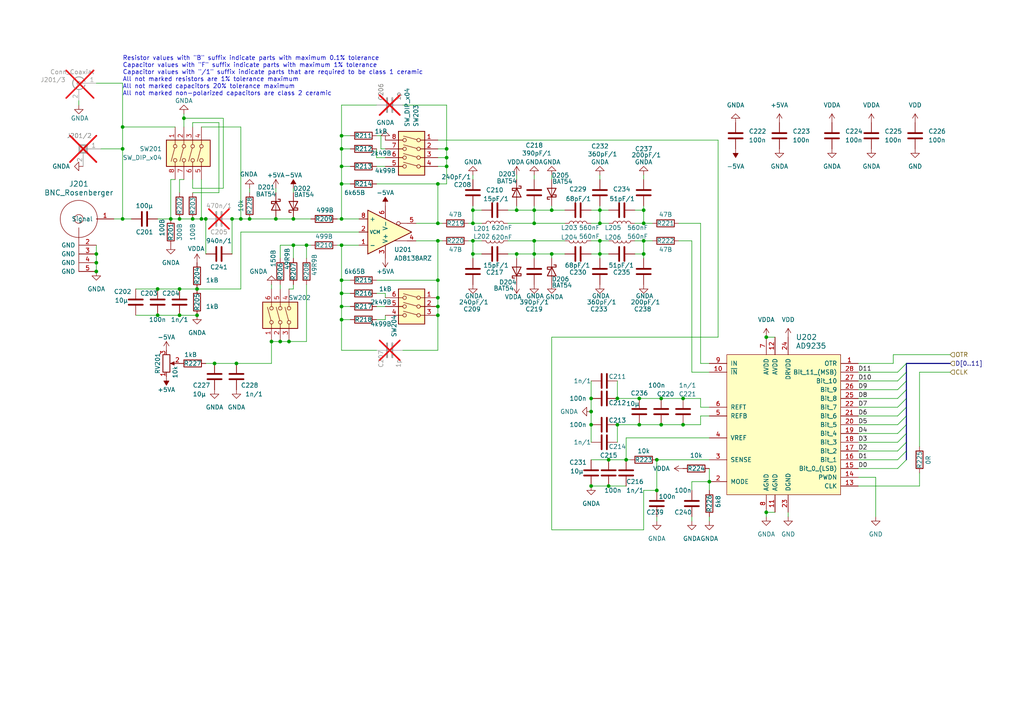
<source format=kicad_sch>
(kicad_sch (version 20250114) (generator "eeschema") (generator_version "9.0")
  (paper "A4")
  (title_block (title "MISRC") (date "2025-08-10") (rev "2.5") (comment 1 "Analog input + ADC"))
  (text "Resistor values with \"B\" suffix indicate parts with maximum 0.1% tolerance\nCapacitor values with \"F\" suffix indicate parts with maximum 1% tolerance\nCapacitor values with \"/1\" suffix indicate parts that are required to be class 1 ceramic\nAll not marked resistors are 1% tolerance maximum\nAll not marked capacitors 20% tolerance maximum\nAll not marked non-polarized capacitors are class 2 ceramic" (at 35.56 27.94 0) (effects (font (size 1.27 1.27)) (justify left bottom)))
  (junction (at 27.94 76.2))
  (junction (at 99.06 53.34))
  (junction (at 127 64.77))
  (junction (at 171.45 119.38))
  (junction (at 171.45 123.19))
  (junction (at 137.16 73.66))
  (junction (at 68.58 105.41))
  (junction (at 171.45 115.57))
  (junction (at 171.45 140.97))
  (junction (at 185.42 115.57))
  (junction (at 179.07 123.19))
  (junction (at 49.53 63.5))
  (junction (at 35.56 36.83))
  (junction (at 99.06 43.18))
  (junction (at 198.12 115.57))
  (junction (at 55.88 63.5))
  (junction (at 85.09 71.12))
  (junction (at 80.01 63.5))
  (junction (at 222.25 148.59))
  (junction (at 52.07 91.44))
  (junction (at 154.94 69.85))
  (junction (at 176.53 140.97))
  (junction (at 99.06 81.28))
  (junction (at 127 53.34))
  (junction (at 179.07 115.57))
  (junction (at 154.94 73.66))
  (junction (at 99.06 92.71))
  (junction (at 160.02 60.96))
  (junction (at 191.77 115.57))
  (junction (at 52.07 63.5))
  (junction (at 181.61 133.35))
  (junction (at 99.06 63.5))
  (junction (at 127 81.28))
  (junction (at 198.12 123.19))
  (junction (at 186.69 69.85))
  (junction (at 160.02 73.66))
  (junction (at 222.25 97.79))
  (junction (at 35.56 63.5))
  (junction (at 57.15 91.44))
  (junction (at 35.56 43.18))
  (junction (at 137.16 69.85))
  (junction (at 67.31 63.5))
  (junction (at 185.42 123.19))
  (junction (at 186.69 73.66))
  (junction (at 57.15 83.82))
  (junction (at 83.82 99.06))
  (junction (at 99.06 85.09))
  (junction (at 58.42 63.5))
  (junction (at 85.09 63.5))
  (junction (at 45.72 83.82))
  (junction (at 62.23 105.41))
  (junction (at 137.16 64.77))
  (junction (at 27.94 73.66))
  (junction (at 78.74 99.06))
  (junction (at 72.39 63.5))
  (junction (at 69.85 63.5))
  (junction (at 186.69 60.96))
  (junction (at 45.72 91.44))
  (junction (at 176.53 133.35))
  (junction (at 154.94 60.96))
  (junction (at 173.99 64.77))
  (junction (at 149.86 73.66))
  (junction (at 27.94 78.74))
  (junction (at 127 86.36))
  (junction (at 129.54 48.26))
  (junction (at 127 88.9))
  (junction (at 99.06 39.37))
  (junction (at 173.99 60.96))
  (junction (at 149.86 60.96))
  (junction (at 53.34 34.29))
  (junction (at 154.94 64.77))
  (junction (at 127 91.44))
  (junction (at 186.69 64.77))
  (junction (at 137.16 60.96))
  (junction (at 190.5 133.35))
  (junction (at 52.07 83.82))
  (junction (at 99.06 71.12))
  (junction (at 59.69 63.5))
  (junction (at 191.77 123.19))
  (junction (at 127 69.85))
  (junction (at 173.99 69.85))
  (junction (at 129.54 45.72))
  (junction (at 99.06 88.9))
  (junction (at 88.9 71.12))
  (junction (at 173.99 73.66))
  (junction (at 81.28 99.06))
  (junction (at 99.06 48.26))
  (junction (at 205.74 139.7))
  (junction (at 190.5 142.24))
  (junction (at 129.54 43.18))
  (bus_entry (at 262.89 113.03) (size -2.54 2.54))
  (bus_entry (at 262.89 130.81) (size -2.54 2.54))
  (bus_entry (at 262.89 107.95) (size -2.54 2.54))
  (bus_entry (at 262.89 118.11) (size -2.54 2.54))
  (bus_entry (at 262.89 133.35) (size -2.54 2.54))
  (bus_entry (at 262.89 125.73) (size -2.54 2.54))
  (bus_entry (at 262.89 115.57) (size -2.54 2.54))
  (bus_entry (at 262.89 105.41) (size -2.54 2.54))
  (bus_entry (at 262.89 128.27) (size -2.54 2.54))
  (bus_entry (at 262.89 123.19) (size -2.54 2.54))
  (bus_entry (at 262.89 120.65) (size -2.54 2.54))
  (bus_entry (at 262.89 110.49) (size -2.54 2.54))
  (wire (pts (xy 154.94 60.96) (xy 154.94 64.77)))
  (wire (pts (xy 173.99 60.96) (xy 176.53 60.96)))
  (wire (pts (xy 129.54 30.48) (xy 129.54 43.18)))
  (wire (pts (xy 248.92 107.95) (xy 260.35 107.95)))
  (wire (pts (xy 228.6 149.86) (xy 228.6 148.59)))
  (wire (pts (xy 45.72 63.5) (xy 49.53 63.5)))
  (wire (pts (xy 55.88 55.88) (xy 63.5 55.88)))
  (wire (pts (xy 62.23 105.41) (xy 68.58 105.41)))
  (wire (pts (xy 99.06 88.9) (xy 101.6 88.9)))
  (wire (pts (xy 109.22 45.72) (xy 111.76 45.72)))
  (wire (pts (xy 69.85 36.83) (xy 69.85 63.5)))
  (wire (pts (xy 266.7 107.95) (xy 266.7 129.54)))
  (wire (pts (xy 127 48.26) (xy 129.54 48.26)))
  (wire (pts (xy 58.42 52.07) (xy 58.42 63.5)))
  (wire (pts (xy 266.7 107.95) (xy 275.59 107.95)))
  (bus (pts (xy 262.89 107.95) (xy 262.89 110.49)))
  (wire (pts (xy 55.88 35.56) (xy 55.88 36.83)))
  (wire (pts (xy 58.42 63.5) (xy 59.69 63.5)))
  (wire (pts (xy 129.54 43.18) (xy 129.54 45.72)))
  (wire (pts (xy 27.94 73.66) (xy 27.94 76.2)))
  (wire (pts (xy 99.06 53.34) (xy 99.06 63.5)))
  (wire (pts (xy 85.09 83.82) (xy 85.09 82.55)))
  (wire (pts (xy 99.06 43.18) (xy 101.6 43.18)))
  (bus (pts (xy 262.89 123.19) (xy 262.89 125.73)))
  (wire (pts (xy 99.06 101.6) (xy 109.22 101.6)))
  (wire (pts (xy 101.6 92.71) (xy 99.06 92.71)))
  (wire (pts (xy 173.99 59.69) (xy 173.99 60.96)))
  (wire (pts (xy 109.22 92.71) (xy 111.76 92.71)))
  (wire (pts (xy 191.77 123.19) (xy 198.12 123.19)))
  (wire (pts (xy 190.5 151.13) (xy 190.5 149.86)))
  (wire (pts (xy 160.02 50.8) (xy 160.02 52.07)))
  (wire (pts (xy 248.92 110.49) (xy 260.35 110.49)))
  (wire (pts (xy 154.94 50.8) (xy 154.94 52.07)))
  (bus (pts (xy 262.89 130.81) (xy 262.89 133.35)))
  (wire (pts (xy 259.08 105.41) (xy 259.08 102.87)))
  (wire (pts (xy 88.9 82.55) (xy 88.9 99.06)))
  (wire (pts (xy 205.74 139.7) (xy 205.74 142.24)))
  (wire (pts (xy 185.42 115.57) (xy 191.77 115.57)))
  (wire (pts (xy 154.94 60.96) (xy 160.02 60.96)))
  (wire (pts (xy 160.02 59.69) (xy 160.02 60.96)))
  (wire (pts (xy 171.45 115.57) (xy 171.45 119.38)))
  (wire (pts (xy 111.76 85.09) (xy 111.76 86.36)))
  (wire (pts (xy 190.5 133.35) (xy 190.5 142.24)))
  (wire (pts (xy 266.7 137.16) (xy 266.7 140.97)))
  (wire (pts (xy 222.25 148.59) (xy 222.25 149.86)))
  (wire (pts (xy 160.02 60.96) (xy 163.83 60.96)))
  (wire (pts (xy 179.07 110.49) (xy 179.07 115.57)))
  (wire (pts (xy 248.92 113.03) (xy 260.35 113.03)))
  (wire (pts (xy 186.69 60.96) (xy 186.69 64.77)))
  (wire (pts (xy 179.07 115.57) (xy 185.42 115.57)))
  (wire (pts (xy 147.32 73.66) (xy 149.86 73.66)))
  (wire (pts (xy 110.49 43.18) (xy 111.76 43.18)))
  (wire (pts (xy 154.94 69.85) (xy 163.83 69.85)))
  (wire (pts (xy 27.94 71.12) (xy 27.94 73.66)))
  (bus (pts (xy 262.89 125.73) (xy 262.89 128.27)))
  (wire (pts (xy 88.9 74.93) (xy 88.9 71.12)))
  (wire (pts (xy 186.69 50.8) (xy 186.69 52.07)))
  (wire (pts (xy 137.16 60.96) (xy 139.7 60.96)))
  (wire (pts (xy 35.56 43.18) (xy 35.56 63.5)))
  (wire (pts (xy 81.28 71.12) (xy 81.28 74.93)))
  (wire (pts (xy 160.02 73.66) (xy 160.02 74.93)))
  (bus (pts (xy 262.89 128.27) (xy 262.89 130.81)))
  (wire (pts (xy 85.09 54.61) (xy 85.09 55.88)))
  (wire (pts (xy 222.25 97.79) (xy 224.79 97.79)))
  (wire (pts (xy 55.88 63.5) (xy 58.42 63.5)))
  (wire (pts (xy 99.06 30.48) (xy 99.06 39.37)))
  (wire (pts (xy 83.82 83.82) (xy 85.09 83.82)))
  (wire (pts (xy 171.45 140.97) (xy 176.53 140.97)))
  (wire (pts (xy 179.07 123.19) (xy 185.42 123.19)))
  (wire (pts (xy 127 69.85) (xy 127 81.28)))
  (bus (pts (xy 262.89 105.41) (xy 275.59 105.41)))
  (wire (pts (xy 173.99 74.93) (xy 173.99 73.66)))
  (wire (pts (xy 171.45 123.19) (xy 171.45 128.27)))
  (wire (pts (xy 55.88 52.07) (xy 55.88 54.61)))
  (bus (pts (xy 262.89 115.57) (xy 262.89 118.11)))
  (wire (pts (xy 83.82 99.06) (xy 88.9 99.06)))
  (wire (pts (xy 63.5 55.88) (xy 63.5 35.56)))
  (wire (pts (xy 184.15 64.77) (xy 186.69 64.77)))
  (wire (pts (xy 181.61 127) (xy 205.74 127)))
  (wire (pts (xy 53.34 34.29) (xy 53.34 36.83)))
  (wire (pts (xy 184.15 60.96) (xy 186.69 60.96)))
  (wire (pts (xy 176.53 133.35) (xy 181.61 133.35)))
  (wire (pts (xy 99.06 92.71) (xy 99.06 101.6)))
  (wire (pts (xy 35.56 24.13) (xy 27.94 24.13)))
  (wire (pts (xy 149.86 73.66) (xy 154.94 73.66)))
  (wire (pts (xy 58.42 36.83) (xy 69.85 36.83)))
  (wire (pts (xy 200.66 151.13) (xy 200.66 149.86)))
  (wire (pts (xy 29.21 43.18) (xy 35.56 43.18)))
  (wire (pts (xy 254 138.43) (xy 254 149.86)))
  (wire (pts (xy 49.53 52.07) (xy 49.53 63.5)))
  (wire (pts (xy 137.16 60.96) (xy 137.16 64.77)))
  (wire (pts (xy 205.74 135.89) (xy 205.74 139.7)))
  (wire (pts (xy 85.09 71.12) (xy 81.28 71.12)))
  (wire (pts (xy 186.69 142.24) (xy 186.69 153.67)))
  (wire (pts (xy 200.66 139.7) (xy 200.66 142.24)))
  (wire (pts (xy 33.02 63.5) (xy 35.56 63.5)))
  (wire (pts (xy 116.84 30.48) (xy 129.54 30.48)))
  (wire (pts (xy 39.37 91.44) (xy 45.72 91.44)))
  (wire (pts (xy 127 88.9) (xy 127 91.44)))
  (wire (pts (xy 59.69 63.5) (xy 59.69 73.66)))
  (wire (pts (xy 186.69 64.77) (xy 189.23 64.77)))
  (wire (pts (xy 248.92 130.81) (xy 260.35 130.81)))
  (wire (pts (xy 78.74 99.06) (xy 81.28 99.06)))
  (wire (pts (xy 78.74 82.55) (xy 78.74 83.82)))
  (wire (pts (xy 171.45 69.85) (xy 173.99 69.85)))
  (wire (pts (xy 248.92 120.65) (xy 260.35 120.65)))
  (wire (pts (xy 50.8 52.07) (xy 49.53 52.07)))
  (wire (pts (xy 171.45 73.66) (xy 173.99 73.66)))
  (wire (pts (xy 101.6 39.37) (xy 99.06 39.37)))
  (wire (pts (xy 203.2 123.19) (xy 203.2 120.65)))
  (wire (pts (xy 154.94 73.66) (xy 160.02 73.66)))
  (wire (pts (xy 160.02 153.67) (xy 186.69 153.67)))
  (wire (pts (xy 127 45.72) (xy 129.54 45.72)))
  (wire (pts (xy 59.69 105.41) (xy 62.23 105.41)))
  (wire (pts (xy 184.15 73.66) (xy 186.69 73.66)))
  (wire (pts (xy 203.2 118.11) (xy 203.2 115.57)))
  (wire (pts (xy 49.53 63.5) (xy 52.07 63.5)))
  (wire (pts (xy 39.37 83.82) (xy 45.72 83.82)))
  (wire (pts (xy 186.69 74.93) (xy 186.69 73.66)))
  (wire (pts (xy 101.6 85.09) (xy 99.06 85.09)))
  (wire (pts (xy 99.06 63.5) (xy 104.14 63.5)))
  (wire (pts (xy 149.86 50.8) (xy 149.86 52.07)))
  (wire (pts (xy 99.06 71.12) (xy 104.14 71.12)))
  (wire (pts (xy 109.22 30.48) (xy 99.06 30.48)))
  (wire (pts (xy 57.15 83.82) (xy 69.85 83.82)))
  (wire (pts (xy 248.92 128.27) (xy 260.35 128.27)))
  (wire (pts (xy 109.22 39.37) (xy 110.49 39.37)))
  (wire (pts (xy 64.77 34.29) (xy 53.34 34.29)))
  (wire (pts (xy 127 69.85) (xy 128.27 69.85)))
  (wire (pts (xy 111.76 91.44) (xy 111.76 92.71)))
  (wire (pts (xy 72.39 63.5) (xy 80.01 63.5)))
  (wire (pts (xy 52.07 52.07) (xy 52.07 55.88)))
  (wire (pts (xy 248.92 133.35) (xy 260.35 133.35)))
  (wire (pts (xy 137.16 73.66) (xy 137.16 69.85)))
  (wire (pts (xy 147.32 69.85) (xy 154.94 69.85)))
  (wire (pts (xy 129.54 45.72) (xy 129.54 48.26)))
  (wire (pts (xy 81.28 82.55) (xy 81.28 83.82)))
  (wire (pts (xy 109.22 85.09) (xy 111.76 85.09)))
  (wire (pts (xy 190.5 142.24) (xy 186.69 142.24)))
  (wire (pts (xy 222.25 148.59) (xy 224.79 148.59)))
  (bus (pts (xy 262.89 120.65) (xy 262.89 123.19)))
  (wire (pts (xy 99.06 85.09) (xy 99.06 81.28)))
  (wire (pts (xy 127 43.18) (xy 129.54 43.18)))
  (wire (pts (xy 173.99 50.8) (xy 173.99 52.07)))
  (wire (pts (xy 171.45 60.96) (xy 173.99 60.96)))
  (wire (pts (xy 53.34 52.07) (xy 52.07 52.07)))
  (wire (pts (xy 120.65 64.77) (xy 127 64.77)))
  (wire (pts (xy 200.66 69.85) (xy 200.66 107.95)))
  (wire (pts (xy 67.31 63.5) (xy 69.85 63.5)))
  (wire (pts (xy 205.74 139.7) (xy 200.66 139.7)))
  (wire (pts (xy 205.74 118.11) (xy 203.2 118.11)))
  (wire (pts (xy 99.06 88.9) (xy 99.06 92.71)))
  (wire (pts (xy 160.02 97.79) (xy 160.02 153.67)))
  (wire (pts (xy 50.8 36.83) (xy 35.56 36.83)))
  (wire (pts (xy 109.22 88.9) (xy 111.76 88.9)))
  (wire (pts (xy 69.85 67.31) (xy 69.85 83.82)))
  (wire (pts (xy 248.92 105.41) (xy 259.08 105.41)))
  (wire (pts (xy 63.5 35.56) (xy 55.88 35.56)))
  (wire (pts (xy 200.66 107.95) (xy 205.74 107.95)))
  (wire (pts (xy 203.2 120.65) (xy 205.74 120.65)))
  (wire (pts (xy 137.16 59.69) (xy 137.16 60.96)))
  (wire (pts (xy 137.16 64.77) (xy 139.7 64.77)))
  (wire (pts (xy 137.16 64.77) (xy 135.89 64.77)))
  (wire (pts (xy 64.77 54.61) (xy 64.77 34.29)))
  (wire (pts (xy 85.09 63.5) (xy 90.17 63.5)))
  (wire (pts (xy 137.16 69.85) (xy 135.89 69.85)))
  (wire (pts (xy 154.94 74.93) (xy 154.94 73.66)))
  (wire (pts (xy 127 81.28) (xy 127 86.36)))
  (wire (pts (xy 80.01 63.5) (xy 85.09 63.5)))
  (wire (pts (xy 53.34 33.02) (xy 53.34 34.29)))
  (wire (pts (xy 109.22 53.34) (xy 127 53.34)))
  (wire (pts (xy 181.61 133.35) (xy 182.88 133.35)))
  (wire (pts (xy 147.32 60.96) (xy 149.86 60.96)))
  (wire (pts (xy 154.94 59.69) (xy 154.94 60.96)))
  (wire (pts (xy 27.94 76.2) (xy 27.94 78.74)))
  (wire (pts (xy 137.16 73.66) (xy 139.7 73.66)))
  (wire (pts (xy 45.72 83.82) (xy 52.07 83.82)))
  (wire (pts (xy 179.07 123.19) (xy 179.07 128.27)))
  (wire (pts (xy 35.56 36.83) (xy 35.56 24.13)))
  (wire (pts (xy 109.22 48.26) (xy 111.76 48.26)))
  (wire (pts (xy 248.92 140.97) (xy 266.7 140.97)))
  (wire (pts (xy 205.74 105.41) (xy 203.2 105.41)))
  (bus (pts (xy 262.89 105.41) (xy 262.89 107.95)))
  (wire (pts (xy 191.77 115.57) (xy 198.12 115.57)))
  (wire (pts (xy 198.12 123.19) (xy 203.2 123.19)))
  (wire (pts (xy 80.01 54.61) (xy 80.01 55.88)))
  (wire (pts (xy 55.88 54.61) (xy 64.77 54.61)))
  (wire (pts (xy 52.07 83.82) (xy 57.15 83.82)))
  (wire (pts (xy 154.94 69.85) (xy 154.94 73.66)))
  (wire (pts (xy 203.2 64.77) (xy 203.2 105.41)))
  (wire (pts (xy 72.39 54.61) (xy 72.39 55.88)))
  (wire (pts (xy 116.84 101.6) (xy 127 101.6)))
  (wire (pts (xy 186.69 69.85) (xy 189.23 69.85)))
  (wire (pts (xy 99.06 88.9) (xy 99.06 85.09)))
  (wire (pts (xy 97.79 63.5) (xy 99.06 63.5)))
  (wire (pts (xy 149.86 73.66) (xy 149.86 74.93)))
  (wire (pts (xy 99.06 81.28) (xy 101.6 81.28)))
  (wire (pts (xy 127 86.36) (xy 127 88.9)))
  (wire (pts (xy 248.92 123.19) (xy 260.35 123.19)))
  (wire (pts (xy 45.72 91.44) (xy 52.07 91.44)))
  (wire (pts (xy 248.92 118.11) (xy 260.35 118.11)))
  (wire (pts (xy 127 53.34) (xy 127 64.77)))
  (wire (pts (xy 97.79 71.12) (xy 99.06 71.12)))
  (wire (pts (xy 171.45 119.38) (xy 171.45 123.19)))
  (wire (pts (xy 190.5 133.35) (xy 205.74 133.35)))
  (wire (pts (xy 22.86 29.21) (xy 22.86 30.48)))
  (wire (pts (xy 99.06 81.28) (xy 99.06 71.12)))
  (wire (pts (xy 67.31 63.5) (xy 67.31 73.66)))
  (wire (pts (xy 208.28 97.79) (xy 160.02 97.79)))
  (wire (pts (xy 35.56 36.83) (xy 35.56 43.18)))
  (wire (pts (xy 109.22 43.18) (xy 109.22 45.72)))
  (wire (pts (xy 137.16 74.93) (xy 137.16 73.66)))
  (wire (pts (xy 208.28 40.64) (xy 208.28 97.79)))
  (wire (pts (xy 69.85 67.31) (xy 104.14 67.31)))
  (wire (pts (xy 248.92 138.43) (xy 254 138.43)))
  (wire (pts (xy 248.92 115.57) (xy 260.35 115.57)))
  (wire (pts (xy 69.85 63.5) (xy 72.39 63.5)))
  (wire (pts (xy 85.09 74.93) (xy 85.09 71.12)))
  (wire (pts (xy 68.58 105.41) (xy 78.74 105.41)))
  (wire (pts (xy 88.9 71.12) (xy 85.09 71.12)))
  (wire (pts (xy 149.86 60.96) (xy 154.94 60.96)))
  (wire (pts (xy 99.06 48.26) (xy 99.06 53.34)))
  (wire (pts (xy 109.22 81.28) (xy 127 81.28)))
  (wire (pts (xy 52.07 63.5) (xy 55.88 63.5)))
  (wire (pts (xy 171.45 133.35) (xy 176.53 133.35)))
  (wire (pts (xy 173.99 60.96) (xy 173.99 64.77)))
  (wire (pts (xy 248.92 125.73) (xy 260.35 125.73)))
  (wire (pts (xy 129.54 53.34) (xy 127 53.34)))
  (wire (pts (xy 184.15 69.85) (xy 186.69 69.85)))
  (wire (pts (xy 99.06 43.18) (xy 99.06 48.26)))
  (bus (pts (xy 262.89 118.11) (xy 262.89 120.65)))
  (wire (pts (xy 173.99 69.85) (xy 173.99 73.66)))
  (wire (pts (xy 173.99 69.85) (xy 176.53 69.85)))
  (wire (pts (xy 171.45 64.77) (xy 173.99 64.77)))
  (wire (pts (xy 38.1 63.5) (xy 35.56 63.5)))
  (wire (pts (xy 99.06 53.34) (xy 101.6 53.34)))
  (wire (pts (xy 127 40.64) (xy 208.28 40.64)))
  (wire (pts (xy 176.53 140.97) (xy 181.61 140.97)))
  (wire (pts (xy 99.06 39.37) (xy 99.06 43.18)))
  (wire (pts (xy 52.07 91.44) (xy 57.15 91.44)))
  (wire (pts (xy 186.69 69.85) (xy 186.69 73.66)))
  (wire (pts (xy 205.74 149.86) (xy 205.74 151.13)))
  (wire (pts (xy 185.42 123.19) (xy 191.77 123.19)))
  (wire (pts (xy 198.12 115.57) (xy 203.2 115.57)))
  (wire (pts (xy 110.49 39.37) (xy 110.49 43.18)))
  (wire (pts (xy 196.85 69.85) (xy 200.66 69.85)))
  (wire (pts (xy 129.54 48.26) (xy 129.54 53.34)))
  (bus (pts (xy 262.89 113.03) (xy 262.89 115.57)))
  (wire (pts (xy 173.99 64.77) (xy 176.53 64.77)))
  (wire (pts (xy 154.94 64.77) (xy 163.83 64.77)))
  (wire (pts (xy 248.92 135.89) (xy 260.35 135.89)))
  (wire (pts (xy 88.9 71.12) (xy 90.17 71.12)))
  (wire (pts (xy 120.65 69.85) (xy 127 69.85)))
  (wire (pts (xy 196.85 64.77) (xy 203.2 64.77)))
  (wire (pts (xy 147.32 64.77) (xy 154.94 64.77)))
  (wire (pts (xy 78.74 99.06) (xy 78.74 105.41)))
  (wire (pts (xy 259.08 102.87) (xy 275.59 102.87)))
  (wire (pts (xy 137.16 50.8) (xy 137.16 52.07)))
  (wire (pts (xy 99.06 48.26) (xy 101.6 48.26)))
  (wire (pts (xy 186.69 59.69) (xy 186.69 60.96)))
  (bus (pts (xy 262.89 110.49) (xy 262.89 113.03)))
  (wire (pts (xy 81.28 99.06) (xy 83.82 99.06)))
  (wire (pts (xy 181.61 133.35) (xy 181.61 127)))
  (wire (pts (xy 137.16 69.85) (xy 139.7 69.85)))
  (wire (pts (xy 171.45 110.49) (xy 171.45 115.57)))
  (wire (pts (xy 160.02 73.66) (xy 163.83 73.66)))
  (wire (pts (xy 127 64.77) (xy 128.27 64.77)))
  (wire (pts (xy 173.99 73.66) (xy 176.53 73.66)))
  (wire (pts (xy 149.86 59.69) (xy 149.86 60.96)))
  (wire (pts (xy 127 91.44) (xy 127 101.6)))
  (label "D5" (at 248.92 123.19 0))
  (label "D4" (at 248.92 125.73 0))
  (label "D6" (at 248.92 120.65 0))
  (label "D10" (at 248.92 110.49 0))
  (label "D8" (at 248.92 115.57 0))
  (label "D3" (at 248.92 128.27 0))
  (label "D11" (at 248.92 107.95 0))
  (label "D7" (at 248.92 118.11 0))
  (label "D1" (at 248.92 133.35 0))
  (label "D9" (at 248.92 113.03 0))
  (label "D2" (at 248.92 130.81 0))
  (label "D0" (at 248.92 135.89 0))
  (hierarchical_label "CLK" (shape input) (at 275.59 107.95 0))
  (hierarchical_label "D[0..11]" (shape input) (at 275.59 105.41 0))
  (hierarchical_label "OTR" (shape input) (at 275.59 102.87 0))
  (symbol (lib_id "power:GNDA") (at 213.36 35.56 180) (unit 1)
    (property "Reference" "#PWR0219" (effects (hide yes)))
    (property "Value" "GNDA" (at 213.36 30.48 0))
  )
  (symbol (lib_id "Device:C") (at 186.69 55.88 0) (unit 1)
    (property "Reference" "C237" (at 184.15 43.18 0) (effects (justify left)))
    (property "Value" "200pF/1" (at 183.134 44.958 0) (effects (justify left)))
    (property "Footprint" "Capacitor_SMD:C_0603_1608Metric" (effects (hide yes)))
    (property "Manufacturer_Part_Number" "GCM1885C2A201FA16J" (effects (hide yes)))
    (property "LCSC Part #" "C1864235" (effects (hide yes)))
    (property "Max Tolerance" "1%" (effects (hide yes)))
    (property "Capacitor Ceramic" "NP0/C0G" (effects (hide yes)))
  )
  (symbol (lib_id "Device:R") (at 57.15 87.63 180) (unit 1)
    (property "Reference" "R205" (at 57.15 90.17 90) (effects (justify right)))
    (property "Value" "1kB" (at 59.69 88.9 0) (effects (justify right)))
    (property "Footprint" "Resistor_SMD:R_0603_1608Metric" (effects (hide yes)))
    (property "Manufacturer_Part_Number" "RT0603BRD071KL" (effects (hide yes)))
    (property "LCSC Part #" "C110776" (effects (hide yes)))
    (property "Max Tolerance" "0.1%" (effects (hide yes)))
  )
  (symbol (lib_id "Device:C") (at 213.36 39.37 0) (unit 1)
    (property "Reference" "C222" (at 217.17 38.1 0) (effects (justify left)))
    (property "Value" "100n" (at 217.17 40.64 0) (effects (justify left)))
    (property "Footprint" "Capacitor_SMD:C_0603_1608Metric" (effects (hide yes)))
    (property "Manufacturer_Part_Number" "CC0603KRX7R9BB104" (effects (hide yes)))
    (property "LCSC Part #" "C14663" (effects (hide yes)))
    (property "Max Tolerance" "10%" (effects (hide yes)))
    (property "Capacitor Ceramic" "X7R" (effects (hide yes)))
  )
  (symbol (lib_id "Device:R") (at 88.9 78.74 0) (mirror y) (unit 1)
    (property "Reference" "R208" (at 88.9 76.2 90) (effects (justify right)))
    (property "Value" "49R9B" (at 91.186 73.66 90) (effects (justify right)))
    (property "Footprint" "Resistor_SMD:R_0603_1608Metric" (effects (hide yes)))
    (property "Manufacturer_Part_Number" "RT0603BRD0749R9L" (effects (hide yes)))
    (property "LCSC Part #" "C861434" (effects (hide yes)))
    (property "Max Tolerance" "0.1%" (effects (hide yes)))
  )
  (symbol (lib_id "Device:C") (at 173.99 55.88 0) (unit 1)
    (property "Reference" "C232" (at 171.45 42.418 0) (effects (justify left)))
    (property "Value" "360pF/1" (at 170.434 44.704 0) (effects (justify left)))
    (property "Footprint" "Capacitor_SMD:C_0603_1608Metric" (effects (hide yes)))
    (property "Manufacturer_Part_Number" "0603N361F500CT" (effects (hide yes)))
    (property "LCSC Part #" "C3895655" (effects (hide yes)))
    (property "Max Tolerance" "1%" (effects (hide yes)))
    (property "Capacitor Ceramic" "NP0/C0G" (effects (hide yes)))
  )
  (symbol (lib_id "Device:C") (at 185.42 119.38 0) (unit 1)
    (property "Reference" "C236" (at 182.88 114.046 0) (effects (justify left)))
    (property "Value" "10µ" (at 181.61 117.094 0) (effects (justify left)))
    (property "Footprint" "Capacitor_SMD:C_0805_2012Metric" (effects (hide yes)))
    (property "Manufacturer_Part_Number" "GRM21BR61H106KE43L" (effects (hide yes)))
    (property "LCSC Part #" "C440198" (effects (hide yes)))
    (property "Max Tolerance" "20%" (effects (hide yes)))
    (property "Capacitor Ceramic" "X7R" (effects (hide yes)))
  )
  (symbol (lib_id "Device:C") (at 143.51 73.66 90) (unit 1)
    (property "Reference" "C217" (at 146.05 78.994 90) (effects (justify left)))
    (property "Value" "15pF/1" (at 147.574 76.962 90) (effects (justify left)))
    (property "Footprint" "Capacitor_SMD:C_0603_1608Metric" (effects (hide yes)))
    (property "Manufacturer_Part_Number" "CC0603FRNPO9BN150" (effects (hide yes)))
    (property "LCSC Part #" "C519483" (effects (hide yes)))
    (property "Max Tolerance" "1%" (effects (hide yes)))
    (property "Capacitor Ceramic" "NP0/C0G" (effects (hide yes)))
  )
  (symbol (lib_id "power:GNDA") (at 252.73 43.18 0) (unit 1)
    (property "Reference" "#PWR0231" (effects (hide yes)))
    (property "Value" "GNDA" (at 252.73 48.26 0))
  )
  (symbol (lib_id "power:GNDA") (at 57.15 91.44 0) (unit 1)
    (property "Reference" "#PWR0205" (effects (hide yes)))
    (property "Value" "GNDA" (at 57.15 96.52 0))
  )
  (symbol (lib_id "Device:C") (at 226.06 39.37 0) (unit 1)
    (property "Reference" "C223" (at 229.87 38.1 0) (effects (justify left)))
    (property "Value" "100n" (at 229.87 40.64 0) (effects (justify left)))
    (property "Footprint" "Capacitor_SMD:C_0603_1608Metric" (effects (hide yes)))
    (property "Manufacturer_Part_Number" "CC0603KRX7R9BB104" (effects (hide yes)))
    (property "LCSC Part #" "C14663" (effects (hide yes)))
    (property "Max Tolerance" "10%" (effects (hide yes)))
    (property "Capacitor Ceramic" "X7R" (effects (hide yes)))
  )
  (symbol (lib_id "power:+5VA") (at 226.06 35.56 0) (unit 1)
    (property "Reference" "#PWR0225" (effects (hide yes)))
    (property "Value" "+5VA" (at 226.06 30.48 0))
  )
  (symbol (lib_id "power:+5VA") (at 48.26 101.6 0) (unit 1)
    (property "Reference" "#PWR0243" (effects (hide yes)))
    (property "Value" "-5VA" (at 48.26 97.79 0))
  )
  (symbol (lib_id "power:GNDA") (at 171.45 140.97 0) (unit 1)
    (property "Reference" "#PWR0213" (effects (hide yes)))
    (property "Value" "GNDA" (at 171.45 146.05 0))
  )
  (symbol (lib_id "power:GNDA") (at 186.69 82.55 0) (unit 1)
    (property "Reference" "#PWR062" (effects (hide yes)))
    (property "Value" "GNDA" (at 186.944 85.852 0))
  )
  (symbol (lib_id "power:GNDA") (at 160.02 50.8 180) (unit 1)
    (property "Reference" "#PWR057" (effects (hide yes)))
    (property "Value" "GNDA" (at 160.02 46.99 0))
  )
  (symbol (lib_id "Device:C") (at 63.5 73.66 90) (mirror x) (unit 1)
    (property "Reference" "C241" (at 63.5 77.47 90))
    (property "Value" "940n/1" (at 63.5 69.85 90))
    (property "Footprint" "Capacitor_SMD:C_1812_4532Metric" (effects (hide yes)))
    (property "Manufacturer_Part_Number" "C1812C944J5JLC7805" (effects (hide yes)))
    (property "LCSC Part #" "C2180018" (effects (hide yes)))
    (property "Manufacturer_Name" "Kemet" (effects (hide yes)))
    (property "Max Tolerance" "5%" (effects (hide yes)))
    (property "Part Selection Note" "This is a stacked capacitor" (effects (hide yes)))
    (property "Capacitor Ceramic" "U2J/NP0/C0G" (effects (hide yes)))
  )
  (symbol (lib_id "power:GNDA") (at 68.58 113.03 0) (mirror y) (unit 1)
    (property "Reference" "#PWR0249" (effects (hide yes)))
    (property "Value" "GNDA" (at 68.58 118.11 0))
  )
  (symbol (lib_id "Device:R") (at 105.41 53.34 90) (unit 1)
    (property "Reference" "R214" (at 105.41 53.34 90))
    (property "Value" "6k65B" (at 102.87 55.88 90))
    (property "Footprint" "Resistor_SMD:R_1206_3216Metric" (effects (hide yes)))
    (property "Manufacturer_Part_Number" "RT1206BRD076K65L" (effects (hide yes)))
    (property "LCSC Part #" "C870864" (effects (hide yes)))
    (property "Max Tolerance" "0.1%" (effects (hide yes)))
  )
  (symbol (lib_id "power:VDDA") (at 149.86 50.8 0) (unit 1)
    (property "Reference" "#PWR053" (effects (hide yes)))
    (property "Value" "VDDA" (at 149.606 46.99 0))
  )
  (symbol (lib_id "Device:C") (at 175.26 128.27 90) (unit 1)
    (property "Reference" "C214" (at 179.07 129.54 90))
    (property "Value" "1n/1" (at 168.91 128.27 90))
    (property "Footprint" "Capacitor_SMD:C_0603_1608Metric" (effects (hide yes)))
    (property "Manufacturer_Part_Number" "CC0603JRNPO9BN102" (effects (hide yes)))
    (property "LCSC Part #" "C106246" (effects (hide yes)))
    (property "Max Tolerance" "10%" (effects (hide yes)))
    (property "Capacitor Ceramic" "NP0/C0G" (effects (hide yes)))
  )
  (symbol (lib_id "Device:C") (at 181.61 137.16 0) (unit 1)
    (property "Reference" "C216" (at 181.61 139.7 0) (effects (justify left)))
    (property "Value" "1n/1" (at 181.61 142.24 0) (effects (justify left)))
    (property "Footprint" "Capacitor_SMD:C_0603_1608Metric" (effects (hide yes)))
    (property "Manufacturer_Part_Number" "CC0603JRNPO9BN102" (effects (hide yes)))
    (property "LCSC Part #" "C106246" (effects (hide yes)))
    (property "Max Tolerance" "10%" (effects (hide yes)))
    (property "Capacitor Ceramic" "NP0/C0G" (effects (hide yes)))
  )
  (symbol (lib_id "Device:C") (at 45.72 87.63 0) (unit 1)
    (property "Reference" "C203" (at 40.64 85.09 0) (effects (justify left)))
    (property "Value" "100n" (at 43.18 92.71 0) (effects (justify left)))
    (property "Footprint" "Capacitor_SMD:C_0603_1608Metric" (effects (hide yes)))
    (property "Manufacturer_Part_Number" "CC0603KRX7R9BB104" (effects (hide yes)))
    (property "LCSC Part #" "C14663" (effects (hide yes)))
    (property "Max Tolerance" "10%" (effects (hide yes)))
    (property "Capacitor Ceramic" "X7R" (effects (hide yes)))
  )
  (symbol (lib_id "Device:R") (at 201.93 135.89 90) (unit 1)
    (property "Reference" "R224" (at 201.93 135.89 90))
    (property "Value" "10k" (at 201.93 132.08 90))
    (property "Footprint" "Resistor_SMD:R_0603_1608Metric" (effects (hide yes)))
    (property "Manufacturer_Part_Number" "0603WAF1002T5E" (effects (hide yes)))
    (property "LCSC Part #" "C25804" (effects (hide yes)))
    (property "Max Tolerance" "1%" (effects (hide yes)))
  )
  (symbol (lib_id "Connector_Generic_Shielded:Conn_01x01_Shielded") (at 24.13 43.18 0) (mirror y) (unit 1) (dnp yes)
    (property "Reference" "J201/2" (at 26.67 39.37 0) (effects (justify left)))
    (property "Value" "Conn_01x01_Shielded" (effects (hide yes)))
    (property "Footprint" "Footprints:SMA_Amphenol_901-144_Horizontal" (effects (hide yes)))
    (property "Manufacturer_Part_Number" "CONSMA002-L-G" (effects (hide yes)))
  )
  (symbol (lib_id "Device:C") (at 113.03 30.48 90) (unit 1) (dnp yes)
    (property "Reference" "C206" (at 110.49 29.21 0) (effects (justify left)))
    (property "Value" "1p" (at 115.57 29.21 0) (effects (justify left)))
    (property "Footprint" "Capacitor_SMD:C_0603_1608Metric" (effects (hide yes)))
    (property "Capacitor Ceramic" "NP0/C0G" (effects (hide yes)))
  )
  (symbol (lib_id "Device:C") (at 173.99 78.74 180) (unit 1)
    (property "Reference" "C233" (at 176.276 89.662 0) (effects (justify left)))
    (property "Value" "360pF/1" (at 178.816 87.63 0) (effects (justify left)))
    (property "Footprint" "Capacitor_SMD:C_0603_1608Metric" (effects (hide yes)))
    (property "Manufacturer_Part_Number" "0603N361F500CT" (effects (hide yes)))
    (property "LCSC Part #" "C3895655" (effects (hide yes)))
    (property "Max Tolerance" "1%" (effects (hide yes)))
    (property "Capacitor Ceramic" "NP0/C0G" (effects (hide yes)))
  )
  (symbol (lib_id "Device:D_Schottky") (at 149.86 55.88 270) (unit 1)
    (property "Reference" "D203" (at 144.526 50.4824 90) (effects (justify left)))
    (property "Value" "BAT54" (at 144.018 52.5144 90) (effects (justify left)))
    (property "Footprint" "Diode_SMD:D_SOD-323" (effects (hide yes)))
    (property "Description" "Schottky diode" (effects (hide yes)))
    (property "Manufacturer_Part_Number" "BAT54H" (effects (hide yes)))
    (property "LCSC Part #" "C5381403" (effects (hide yes)))
  )
  (symbol (lib_id "Device:C") (at 200.66 146.05 0) (unit 1)
    (property "Reference" "C240" (at 195.58 148.59 0) (effects (justify left)))
    (property "Value" "100n" (at 195.58 142.24 0) (effects (justify left)))
    (property "Footprint" "Capacitor_SMD:C_0603_1608Metric" (effects (hide yes)))
    (property "Manufacturer_Part_Number" "CC0603KRX7R9BB104" (effects (hide yes)))
    (property "LCSC Part #" "C14663" (effects (hide yes)))
    (property "Max Tolerance" "10%" (effects (hide yes)))
    (property "Capacitor Ceramic" "X7R" (effects (hide yes)))
  )
  (symbol (lib_id "Device:D_Schottky") (at 149.86 78.74 90) (unit 1)
    (property "Reference" "D204" (at 149.86 81.8516 90) (effects (justify left)))
    (property "Value" "BAT54" (at 149.098 83.6296 90) (effects (justify left)))
    (property "Footprint" "Diode_SMD:D_SOD-323" (effects (hide yes)))
    (property "Description" "Schottky diode" (effects (hide yes)))
    (property "Manufacturer_Part_Number" "BAT54H" (effects (hide yes)))
    (property "LCSC Part #" "C5381403" (effects (hide yes)))
  )
  (symbol (lib_id "Device:C") (at 113.03 101.6 90) (unit 1) (dnp yes)
    (property "Reference" "C207" (at 110.49 106.68 0) (effects (justify left)))
    (property "Value" "1p" (at 115.57 106.68 0) (effects (justify left)))
    (property "Footprint" "Capacitor_SMD:C_0603_1608Metric" (effects (hide yes)))
    (property "Capacitor Ceramic" "NP0/C0G" (effects (hide yes)))
  )
  (symbol (lib_id "Device:R") (at 55.88 105.41 270) (unit 1)
    (property "Reference" "R227" (at 58.42 105.41 90) (effects (justify right)))
    (property "Value" "1kB" (at 57.15 102.87 90) (effects (justify right)))
    (property "Footprint" "Resistor_SMD:R_0603_1608Metric" (effects (hide yes)))
    (property "Manufacturer_Part_Number" "RT0603BRD071KL" (effects (hide yes)))
    (property "LCSC Part #" "C110776" (effects (hide yes)))
    (property "Max Tolerance" "0.1%" (effects (hide yes)))
  )
  (symbol (lib_id "power:+5VA") (at 111.76 74.93 180) (unit 1)
    (property "Reference" "#PWR0209" (effects (hide yes)))
    (property "Value" "+5VA" (at 111.76 78.74 0))
  )
  (symbol (lib_id "power:GND") (at 265.43 43.18 0) (unit 1)
    (property "Reference" "#PWR0233" (effects (hide yes)))
    (property "Value" "GND" (at 265.43 48.26 0))
  )
  (symbol (lib_id "Device:R") (at 93.98 63.5 90) (unit 1)
    (property "Reference" "R209" (at 93.98 63.5 90))
    (property "Value" "499B" (at 94.234 60.96 90))
    (property "Footprint" "Resistor_SMD:R_1206_3216Metric" (effects (hide yes)))
    (property "Manufacturer_Part_Number" "ARG06BTC4990" (effects (hide yes)))
    (property "LCSC Part #" "C2984516" (effects (hide yes)))
    (property "Max Tolerance" "0.1%" (effects (hide yes)))
  )
  (symbol (lib_id "Device:R") (at 193.04 64.77 90) (unit 1)
    (property "Reference" "R221" (at 193.04 64.77 90))
    (property "Value" "47B" (at 193.04 62.23 90))
    (property "Footprint" "Resistor_SMD:R_0603_1608Metric" (effects (hide yes)))
    (property "Manufacturer_Part_Number" "RT0603BRD0747RL" (effects (hide yes)))
    (property "LCSC Part #" "C326724" (effects (hide yes)))
    (property "Max Tolerance" "0.1%" (effects (hide yes)))
  )
  (symbol (lib_id "power:GNDA") (at 78.74 82.55 0) (mirror x) (unit 1)
    (property "Reference" "#PWR0207" (effects (hide yes)))
    (property "Value" "GNDA" (at 74.93 78.74 0))
  )
  (symbol (lib_id "Device:C") (at 154.94 55.88 0) (unit 1)
    (property "Reference" "C218" (at 152.4 42.164 0) (effects (justify left)))
    (property "Value" "390pF/1" (at 151.384 44.45 0) (effects (justify left)))
    (property "Footprint" "Capacitor_SMD:C_0603_1608Metric" (effects (hide yes)))
    (property "Manufacturer_Part_Number" "CC0603FRNPO9BN391" (effects (hide yes)))
    (property "LCSC Part #" "C519563" (effects (hide yes)))
    (property "Max Tolerance" "1%" (effects (hide yes)))
    (property "Capacitor Ceramic" "NP0/C0G" (effects (hide yes)))
  )
  (symbol (lib_id "Device:R_Potentiometer") (at 48.26 105.41 0) (mirror x) (unit 1)
    (property "Reference" "RV201" (at 45.72 105.41 90))
    (property "Value" "10k" (at 50.8 107.95 90))
    (property "Footprint" "Potentiometer_THT:Potentiometer_Bourns_3266W_Vertical" (effects (hide yes)))
    (property "Manufacturer_Part_Number" "3266W-1-103LF" (effects (hide yes)))
    (property "LCSC Part #" "C462144" (effects (hide yes)))
    (property "FT Rotation Offset" "-90" (effects (hide yes)))
    (property "Max Tolerance" "20%" (effects (hide yes)))
  )
  (symbol (lib_id "Device:R") (at 132.08 64.77 90) (unit 1)
    (property "Reference" "R219" (at 132.08 64.77 90))
    (property "Value" "47B" (at 132.08 62.23 90))
    (property "Footprint" "Resistor_SMD:R_0603_1608Metric" (effects (hide yes)))
    (property "Manufacturer_Part_Number" "RT0603BRD0747RL" (effects (hide yes)))
    (property "LCSC Part #" "C326724" (effects (hide yes)))
    (property "Max Tolerance" "0.1%" (effects (hide yes)))
  )
  (symbol (lib_id "power:GNDA") (at 241.3 43.18 0) (unit 1)
    (property "Reference" "#PWR0228" (effects (hide yes)))
    (property "Value" "GNDA" (at 241.3 48.26 0))
  )
  (symbol (lib_id "power:GNDA") (at 62.23 113.03 0) (mirror y) (unit 1)
    (property "Reference" "#PWR0247" (effects (hide yes)))
    (property "Value" "GNDA" (at 62.23 118.11 0))
  )
  (symbol (lib_id "Device:L") (at 180.34 69.85 270) (unit 1)
    (property "Reference" "L206" (at 177.8 68.834 90))
    (property "Value" "560nF" (at 184.912 68.58 90))
    (property "Footprint" "Inductor_SMD:L_1008_2520Metric" (effects (hide yes)))
    (property "Description" "Inductor" (effects (hide yes)))
    (property "Manufacturer_Part_Number" "FEC1008CP-R56G-LRH" (effects (hide yes)))
    (property "LCSC Part #" "C346451" (effects (hide yes)))
    (property "Max Tolerance" "2%" (effects (hide yes)))
  )
  (symbol (lib_id "power:VDD") (at 265.43 35.56 0) (unit 1)
    (property "Reference" "#PWR0232" (effects (hide yes)))
    (property "Value" "VDD" (at 265.43 30.48 0))
  )
  (symbol (lib_id "power:GNDA") (at 226.06 43.18 0) (unit 1)
    (property "Reference" "#PWR0226" (effects (hide yes)))
    (property "Value" "GNDA" (at 226.06 48.26 0))
  )
  (symbol (lib_id "power:GNDA") (at 137.16 50.8 180) (unit 1)
    (property "Reference" "#PWR051" (effects (hide yes)))
    (property "Value" "GNDA" (at 137.16 46.99 0))
  )
  (symbol (lib_id "Device:L") (at 143.51 64.77 90) (unit 1)
    (property "Reference" "L201" (at 139.7 66.294 90))
    (property "Value" "620nF" (at 145.542 66.04 90))
    (property "Footprint" "Inductor_SMD:L_1008_2520Metric" (effects (hide yes)))
    (property "Description" "Inductor" (effects (hide yes)))
    (property "Manufacturer_Part_Number" "FEC1008CP-R62G-LRH" (effects (hide yes)))
    (property "LCSC Part #" "C346452" (effects (hide yes)))
    (property "Max Tolerance" "2%" (effects (hide yes)))
  )
  (symbol (lib_id "Device:C") (at 143.51 60.96 90) (unit 1)
    (property "Reference" "C210" (at 146.05 55.118 90) (effects (justify left)))
    (property "Value" "15pF/1" (at 147.574 57.658 90) (effects (justify left)))
    (property "Footprint" "Capacitor_SMD:C_0603_1608Metric" (effects (hide yes)))
    (property "Manufacturer_Part_Number" "CC0603FRNPO9BN150" (effects (hide yes)))
    (property "LCSC Part #" "C519483" (effects (hide yes)))
    (property "Max Tolerance" "1%" (effects (hide yes)))
    (property "Capacitor Ceramic" "NP0/C0G" (effects (hide yes)))
  )
  (symbol (lib_id "power:GNDA") (at 154.94 50.8 180) (unit 1)
    (property "Reference" "#PWR055" (effects (hide yes)))
    (property "Value" "GNDA" (at 154.94 46.99 0))
  )
  (symbol (lib_id "Connector:Conn_Coaxial") (at 22.86 24.13 0) (mirror y) (unit 1) (dnp yes)
    (property "Reference" "J201/3" (at 19.05 23.1531 0) (effects (justify left)))
    (property "Value" "Conn_Coaxial" (at 27.432 20.8671 0) (effects (justify left)))
    (property "Footprint" "Connector_Coaxial:BNC_Amphenol_B6252HB-NPP3G-50_Horizontal" (effects (hide yes)))
    (property "Description" "coaxial connector (BNC, SMA, SMB, SMC, Cinch/RCA, LEMO, ...)" (effects (hide yes)))
  )
  (symbol (lib_id "Device:C") (at 252.73 39.37 0) (unit 1)
    (property "Reference" "C225" (at 256.54 38.1 0) (effects (justify left)))
    (property "Value" "100n" (at 256.54 40.64 0) (effects (justify left)))
    (property "Footprint" "Capacitor_SMD:C_0603_1608Metric" (effects (hide yes)))
    (property "Manufacturer_Part_Number" "CC0603KRX7R9BB104" (effects (hide yes)))
    (property "LCSC Part #" "C14663" (effects (hide yes)))
    (property "Max Tolerance" "10%" (effects (hide yes)))
    (property "Capacitor Ceramic" "X7R" (effects (hide yes)))
  )
  (symbol (lib_id "power:-5VA") (at 213.36 43.18 180) (unit 1)
    (property "Reference" "#PWR0220" (effects (hide yes)))
    (property "Value" "-5VA" (at 213.36 48.26 0))
  )
  (symbol (lib_id "Switch:SW_DIP_x04") (at 55.88 44.45 90) (mirror x) (unit 1)
    (property "Reference" "SW201" (at 46.99 43.18 90) (effects (justify left)))
    (property "Value" "SW_DIP_x04" (at 46.99 45.72 90) (effects (justify left)))
    (property "Footprint" "Button_Switch_SMD:SW_DIP_SPSTx04_Slide_6.7x11.72mm_W8.61mm_P2.54mm_LowProfile" (effects (hide yes)))
    (property "Manufacturer_Part_Number" "SDA04H1SBD" (effects (hide yes)))
    (property "LCSC Part #" "C221954" (effects (hide yes)))
    (property "FT Rotation Offset" "-90" (effects (hide yes)))
    (property "Manufacturer_Name" "C & K COMPONENTS" (effects (hide yes)))
  )
  (symbol (lib_id "Device:R") (at 105.41 43.18 90) (unit 1)
    (property "Reference" "R212" (at 105.41 43.18 90))
    (property "Value" "2k49B" (at 110.49 44.45 90))
    (property "Footprint" "Resistor_SMD:R_0603_1608Metric" (effects (hide yes)))
    (property "Manufacturer_Part_Number" "RT0603BRD072K49L" (effects (hide yes)))
    (property "LCSC Part #" "C861299" (effects (hide yes)))
    (property "Max Tolerance" "0.1%" (effects (hide yes)))
  )
  (symbol (lib_id "Device:C") (at 68.58 109.22 0) (unit 1)
    (property "Reference" "C228" (at 69.85 111.76 0) (effects (justify left)))
    (property "Value" "1n/1" (at 71.12 114.3 0) (effects (justify left)))
    (property "Footprint" "Capacitor_SMD:C_0603_1608Metric" (effects (hide yes)))
    (property "Manufacturer_Part_Number" "CC0603JRNPO9BN102" (effects (hide yes)))
    (property "LCSC Part #" "C106246" (effects (hide yes)))
    (property "Max Tolerance" "10%" (effects (hide yes)))
    (property "Capacitor Ceramic" "NP0/C0G" (effects (hide yes)))
  )
  (symbol (lib_id "Device:C") (at 180.34 73.66 90) (unit 1)
    (property "Reference" "C235" (at 182.88 78.994 90) (effects (justify left)))
    (property "Value" "51pF/1" (at 183.896 76.962 90) (effects (justify left)))
    (property "Footprint" "Capacitor_SMD:C_0603_1608Metric" (effects (hide yes)))
    (property "Manufacturer_Part_Number" "CC0603FRNPO9BN510" (effects (hide yes)))
    (property "LCSC Part #" "C519494" (effects (hide yes)))
    (property "Max Tolerance" "1%" (effects (hide yes)))
    (property "Capacitor Ceramic" "NP0/C0G" (effects (hide yes)))
  )
  (symbol (lib_id "power:VDDA") (at 241.3 35.56 0) (unit 1)
    (property "Reference" "#PWR0227" (effects (hide yes)))
    (property "Value" "VDDA" (at 241.3 30.48 0))
  )
  (symbol (lib_id "power:VDDA") (at 198.12 135.89 90) (unit 1)
    (property "Reference" "#PWR0211" (effects (hide yes)))
    (property "Value" "VDDA" (at 194.31 135.8899 90) (effects (justify left)))
  )
  (symbol (lib_id "power:GNDA") (at 22.86 30.48 0) (unit 1)
    (property "Reference" "#PWR066" (effects (hide yes)))
    (property "Value" "GNDA" (at 23.114 34.29 0))
  )
  (symbol (lib_id "bnc_rosenberger:BNC_Rosenberger") (at 22.86 63.5 0) (unit 1)
    (property "Reference" "J201" (at 22.86 53.34 0) (effects (font (size 1.524 1.524))))
    (property "Value" "BNC_Rosenberger" (at 22.86 55.88 0) (effects (font (size 1.524 1.524))))
    (property "Footprint" "Footprints:BNC_Right_Angle-DOSIN-801-0050_5pin" (effects (hide yes)))
    (property "Manufacturer_Part_Number" "DOSIN-801-0050" (effects (hide yes)))
    (property "LCSC Part #" "C521210" (effects (hide yes)))
    (property "FT Rotation Offset" "180" (effects (hide yes)))
  )
  (symbol (lib_id "Device:C") (at 39.37 87.63 0) (unit 1)
    (property "Reference" "C202" (at 33.02 84.582 0) (effects (justify left)))
    (property "Value" "10µ" (at 33.274 87.122 0) (effects (justify left)))
    (property "Footprint" "Capacitor_SMD:C_0805_2012Metric" (effects (hide yes)))
    (property "Manufacturer_Part_Number" "GRM21BR61H106KE43L" (effects (hide yes)))
    (property "LCSC Part #" "C440198" (effects (hide yes)))
    (property "Max Tolerance" "20%" (effects (hide yes)))
    (property "Capacitor Ceramic" "X7R" (effects (hide yes)))
  )
  (symbol (lib_id "Device:C") (at 137.16 55.88 0) (unit 1)
    (property "Reference" "C208" (at 131.572 53.594 0) (effects (justify left)))
    (property "Value" "240pF/1" (at 128.016 51.308 0) (effects (justify left)))
    (property "Footprint" "Capacitor_SMD:C_0603_1608Metric" (effects (hide yes)))
    (property "Manufacturer_Part_Number" "CC0603FRNPO9BN241" (effects (hide yes)))
    (property "LCSC Part #" "C519570" (effects (hide yes)))
    (property "Max Tolerance" "1%" (effects (hide yes)))
    (property "Capacitor Ceramic" "NP0/C0G" (effects (hide yes)))
  )
  (symbol (lib_id "Device:C") (at 198.12 119.38 0) (unit 1)
    (property "Reference" "C221" (at 196.85 114.3 0) (effects (justify left)))
    (property "Value" "1n/1" (at 196.85 111.76 0) (effects (justify left)))
    (property "Footprint" "Capacitor_SMD:C_0603_1608Metric" (effects (hide yes)))
    (property "Manufacturer_Part_Number" "CC0603JRNPO9BN102" (effects (hide yes)))
    (property "LCSC Part #" "C106246" (effects (hide yes)))
    (property "Max Tolerance" "10%" (effects (hide yes)))
    (property "Capacitor Ceramic" "NP0/C0G" (effects (hide yes)))
  )
  (symbol (lib_id "power:GNDA") (at 72.39 54.61 0) (mirror x) (unit 1)
    (property "Reference" "#PWR0235" (effects (hide yes)))
    (property "Value" "GNDA" (at 72.136 50.546 0))
  )
  (symbol (lib_id "Amplifier_Differential_AKL:AD8138ARZ") (at 111.76 67.31 0) (mirror x) (unit 1)
    (property "Reference" "U201" (at 114.3 72.39 0) (effects (justify left)))
    (property "Value" "AD8138ARZ" (at 114.3 74.93 0) (effects (justify left)))
    (property "Footprint" "Package_SO:SO-8_3.9x4.9mm_P1.27mm" (effects (hide yes)))
    (property "Datasheet" "https://www.analog.com/media/en/technical-documentation/data-sheets/AD8138.pdf" (effects (hide yes)))
    (property "Manufacturer_Part_Number" "AD8138ARZ" (effects (hide yes)))
    (property "LCSC Part #" "C652360" (effects (hide yes)))
    (property "FT Rotation Offset" "-90" (effects (hide yes)))
    (property "Manufacturer_Name" "Analog" (effects (hide yes)))
  )
  (symbol (lib_id "power:VDDA") (at 57.15 76.2 0) (unit 1)
    (property "Reference" "#PWR0204" (effects (hide yes)))
    (property "Value" "VDDA" (at 56.896 72.136 0))
  )
  (symbol (lib_id "Device:C") (at 63.5 63.5 90) (mirror x) (unit 1) (dnp yes)
    (property "Reference" "C205" (at 63.5 67.31 90))
    (property "Value" "470n/1" (at 63.5 59.69 90))
    (property "Footprint" "Capacitor_SMD:C_2220_5750Metric" (effects (hide yes)))
    (property "Manufacturer_Part_Number" "C2220C474J5GAC" (effects (hide yes)))
    (property "LCSC Part #" "C3872921" (effects (hide yes)))
    (property "Max Tolerance" "10%" (effects (hide yes)))
    (property "Capacitor Ceramic" "U2J/NP0/C0G" (effects (hide yes)))
  )
  (symbol (lib_id "Device:C") (at 191.77 119.38 0) (unit 1)
    (property "Reference" "C220" (at 190.5 114.3 0) (effects (justify left)))
    (property "Value" "100n" (at 187.96 111.76 0) (effects (justify left)))
    (property "Footprint" "Capacitor_SMD:C_0603_1608Metric" (effects (hide yes)))
    (property "Manufacturer_Part_Number" "CC0603KRX7R9BB104" (effects (hide yes)))
    (property "LCSC Part #" "C14663" (effects (hide yes)))
    (property "Max Tolerance" "10%" (effects (hide yes)))
    (property "Capacitor Ceramic" "X7R" (effects (hide yes)))
  )
  (symbol (lib_id "Device:C") (at 154.94 78.74 180) (unit 1)
    (property "Reference" "C219" (at 157.48 89.662 0) (effects (justify left)))
    (property "Value" "390pF/1" (at 159.258 87.63 0) (effects (justify left)))
    (property "Footprint" "Capacitor_SMD:C_0603_1608Metric" (effects (hide yes)))
    (property "Manufacturer_Part_Number" "CC0603FRNPO9BN391" (effects (hide yes)))
    (property "LCSC Part #" "C519563" (effects (hide yes)))
    (property "Max Tolerance" "1%" (effects (hide yes)))
    (property "Capacitor Ceramic" "NP0/C0G" (effects (hide yes)))
  )
  (symbol (lib_id "Device:R") (at 186.69 133.35 90) (unit 1)
    (property "Reference" "R223" (at 186.69 133.35 90))
    (property "Value" "10k" (at 186.69 130.81 90))
    (property "Footprint" "Resistor_SMD:R_0603_1608Metric" (effects (hide yes)))
    (property "Manufacturer_Part_Number" "0603WAF1002T5E" (effects (hide yes)))
    (property "LCSC Part #" "C25804" (effects (hide yes)))
    (property "Max Tolerance" "1%" (effects (hide yes)))
  )
  (symbol (lib_id "Device:L") (at 167.64 64.77 90) (unit 1)
    (property "Reference" "L203" (at 165.1 66.04 90))
    (property "Value" "560nF" (at 170.942 66.04 90))
    (property "Footprint" "Inductor_SMD:L_1008_2520Metric" (effects (hide yes)))
    (property "Description" "Inductor" (effects (hide yes)))
    (property "Manufacturer_Part_Number" "FEC1008CP-R56G-LRH" (effects (hide yes)))
    (property "LCSC Part #" "C346451" (effects (hide yes)))
    (property "Max Tolerance" "2%" (effects (hide yes)))
  )
  (symbol (lib_id "Device:C") (at 186.69 78.74 180) (unit 1)
    (property "Reference" "C238" (at 188.976 89.662 0) (effects (justify left)))
    (property "Value" "200pF/1" (at 191.516 87.63 0) (effects (justify left)))
    (property "Footprint" "Capacitor_SMD:C_0603_1608Metric" (effects (hide yes)))
    (property "Manufacturer_Part_Number" "GCM1885C2A201FA16J" (effects (hide yes)))
    (property "LCSC Part #" "C1864235" (effects (hide yes)))
    (property "Max Tolerance" "1%" (effects (hide yes)))
    (property "Capacitor Ceramic" "NP0/C0G" (effects (hide yes)))
  )
  (symbol (lib_id "Switch:SW_DIP_x03") (at 119.38 91.44 0) (mirror y) (unit 1)
    (property "Reference" "SW204" (at 114.3 97.79 90) (effects (justify left)))
    (property "Value" "SW_DIP_x03" (effects (hide yes)))
    (property "Footprint" "Button_Switch_SMD:SW_DIP_SPSTx03_Slide_6.7x9.18mm_W8.61mm_P2.54mm_LowProfile" (effects (hide yes)))
    (property "Manufacturer_Part_Number" "SDA03H1SBD" (effects (hide yes)))
    (property "LCSC Part #" "C221951" (effects (hide yes)))
    (property "FT Rotation Offset" "-90" (effects (hide yes)))
    (property "Manufacturer_Name" "C & K COMPONENTS" (effects (hide yes)))
  )
  (symbol (lib_id "Device:R") (at 105.41 85.09 90) (unit 1)
    (property "Reference" "R216" (at 105.41 85.09 90))
    (property "Value" "1kB" (at 111.76 83.82 90))
    (property "Footprint" "Resistor_SMD:R_0603_1608Metric" (effects (hide yes)))
    (property "Manufacturer_Part_Number" "RT0603BRD071KL" (effects (hide yes)))
    (property "LCSC Part #" "C110776" (effects (hide yes)))
    (property "Max Tolerance" "0.1%" (effects (hide yes)))
  )
  (symbol (lib_id "Device:L") (at 167.64 69.85 270) (unit 1)
    (property "Reference" "L204" (at 165.1 68.834 90))
    (property "Value" "560nF" (at 170.942 68.58 90))
    (property "Footprint" "Inductor_SMD:L_1008_2520Metric" (effects (hide yes)))
    (property "Description" "Inductor" (effects (hide yes)))
    (property "Manufacturer_Part_Number" "FEC1008CP-R56G-LRH" (effects (hide yes)))
    (property "LCSC Part #" "C346451" (effects (hide yes)))
    (property "Max Tolerance" "2%" (effects (hide yes)))
  )
  (symbol (lib_id "Device:D_Schottky") (at 80.01 59.69 270) (unit 1)
    (property "Reference" "D201" (at 74.676 54.2924 90) (effects (justify left)))
    (property "Value" "BAT54" (at 74.168 56.3244 90) (effects (justify left)))
    (property "Footprint" "Diode_SMD:D_SOD-323" (effects (hide yes)))
    (property "Description" "Schottky diode" (effects (hide yes)))
    (property "Manufacturer_Part_Number" "BAT54H" (effects (hide yes)))
    (property "LCSC Part #" "C5381403" (effects (hide yes)))
  )
  (symbol (lib_id "power:VDDA") (at 149.86 82.55 180) (unit 1)
    (property "Reference" "#PWR054" (effects (hide yes)))
    (property "Value" "VDDA" (at 148.844 86.106 0))
  )
  (symbol (lib_id "power:VDDA") (at 252.73 35.56 0) (unit 1)
    (property "Reference" "#PWR0230" (effects (hide yes)))
    (property "Value" "VDDA" (at 252.73 30.48 0))
  )
  (symbol (lib_id "power:VDD") (at 228.6 97.79 0) (unit 1)
    (property "Reference" "#PWR0223" (effects (hide yes)))
    (property "Value" "VDD" (at 228.6 92.71 0))
  )
  (symbol (lib_id "Device:C") (at 265.43 39.37 0) (unit 1)
    (property "Reference" "C226" (at 269.24 38.1 0) (effects (justify left)))
    (property "Value" "100n" (at 269.24 40.64 0) (effects (justify left)))
    (property "Footprint" "Capacitor_SMD:C_0603_1608Metric" (effects (hide yes)))
    (property "Manufacturer_Part_Number" "CC0603KRX7R9BB104" (effects (hide yes)))
    (property "LCSC Part #" "C14663" (effects (hide yes)))
    (property "Max Tolerance" "10%" (effects (hide yes)))
    (property "Capacitor Ceramic" "X7R" (effects (hide yes)))
  )
  (symbol (lib_id "Device:R") (at 85.09 78.74 0) (mirror y) (unit 1)
    (property "Reference" "R207" (at 85.09 76.2 90) (effects (justify right)))
    (property "Value" "49R9B" (at 83.312 71.882 90) (effects (justify right)))
    (property "Footprint" "Resistor_SMD:R_0603_1608Metric" (effects (hide yes)))
    (property "Manufacturer_Part_Number" "RT0603BRD0749R9L" (effects (hide yes)))
    (property "LCSC Part #" "C861434" (effects (hide yes)))
    (property "Max Tolerance" "0.1%" (effects (hide yes)))
  )
  (symbol (lib_id "Device:C") (at 176.53 137.16 0) (unit 1)
    (property "Reference" "C215" (at 173.99 132.08 0) (effects (justify left)))
    (property "Value" "100n" (at 175.26 142.24 0) (effects (justify left)))
    (property "Footprint" "Capacitor_SMD:C_0603_1608Metric" (effects (hide yes)))
    (property "Manufacturer_Part_Number" "CC0603KRX7R9BB104" (effects (hide yes)))
    (property "LCSC Part #" "C14663" (effects (hide yes)))
    (property "Max Tolerance" "10%" (effects (hide yes)))
    (property "Capacitor Ceramic" "X7R" (effects (hide yes)))
  )
  (symbol (lib_id "Device:R") (at 49.53 67.31 180) (unit 1)
    (property "Reference" "R201" (at 49.53 69.85 90) (effects (justify right)))
    (property "Value" "100B" (at 46.99 68.58 90) (effects (justify right)))
    (property "Footprint" "Resistor_SMD:R_0603_1608Metric" (effects (hide yes)))
    (property "Manufacturer_Part_Number" "RT0603BRD07100RL" (effects (hide yes)))
    (property "LCSC Part #" "C122970" (effects (hide yes)))
    (property "Max Tolerance" "0.1%" (effects (hide yes)))
  )
  (symbol (lib_id "power:GNDA") (at 186.69 50.8 180) (unit 1)
    (property "Reference" "#PWR061" (effects (hide yes)))
    (property "Value" "GNDA" (at 186.69 46.99 0))
  )
  (symbol (lib_id "power:GNDA") (at 137.16 82.55 0) (unit 1)
    (property "Reference" "#PWR052" (effects (hide yes)))
    (property "Value" "GNDA" (at 137.414 85.852 0))
  )
  (symbol (lib_id "Device:C") (at 175.26 115.57 90) (unit 1)
    (property "Reference" "C212" (at 179.07 116.84 90))
    (property "Value" "100n" (at 167.64 115.57 90))
    (property "Footprint" "Capacitor_SMD:C_0603_1608Metric" (effects (hide yes)))
    (property "Manufacturer_Part_Number" "CC0603KRX7R9BB104" (effects (hide yes)))
    (property "LCSC Part #" "C14663" (effects (hide yes)))
    (property "Max Tolerance" "10%" (effects (hide yes)))
    (property "Capacitor Ceramic" "X7R" (effects (hide yes)))
  )
  (symbol (lib_id "Device:L") (at 143.51 69.85 270) (unit 1)
    (property "Reference" "L202" (at 139.7 68.58 90))
    (property "Value" "620nF" (at 145.542 68.834 90))
    (property "Footprint" "Inductor_SMD:L_1008_2520Metric" (effects (hide yes)))
    (property "Description" "Inductor" (effects (hide yes)))
    (property "Manufacturer_Part_Number" "FEC1008CP-R62G-LRH" (effects (hide yes)))
    (property "LCSC Part #" "C346452" (effects (hide yes)))
    (property "Max Tolerance" "2%" (effects (hide yes)))
  )
  (symbol (lib_id "Device:C") (at 190.5 146.05 0) (unit 1)
    (property "Reference" "C239" (at 187.452 148.59 0) (effects (justify left)))
    (property "Value" "100n" (at 191.008 144.018 0) (effects (justify left)))
    (property "Footprint" "Capacitor_SMD:C_0603_1608Metric" (effects (hide yes)))
    (property "Manufacturer_Part_Number" "CC0603KRX7R9BB104" (effects (hide yes)))
    (property "LCSC Part #" "C14663" (effects (hide yes)))
    (property "Max Tolerance" "10%" (effects (hide yes)))
    (property "Capacitor Ceramic" "X7R" (effects (hide yes)))
  )
  (symbol (lib_id "Switch:SW_DIP_x04") (at 119.38 45.72 0) (mirror y) (unit 1)
    (property "Reference" "SW203" (at 120.65 36.83 90) (effects (justify left)))
    (property "Value" "SW_DIP_x04" (at 118.11 36.83 90) (effects (justify left)))
    (property "Footprint" "Button_Switch_SMD:SW_DIP_SPSTx04_Slide_6.7x11.72mm_W8.61mm_P2.54mm_LowProfile" (effects (hide yes)))
    (property "Manufacturer_Part_Number" "SDA04H1SBD" (effects (hide yes)))
    (property "LCSC Part #" "C221954" (effects (hide yes)))
    (property "FT Rotation Offset" "-90" (effects (hide yes)))
    (property "Manufacturer_Name" "C & K COMPONENTS" (effects (hide yes)))
  )
  (symbol (lib_id "Device:C") (at 175.26 110.49 90) (unit 1)
    (property "Reference" "C211" (at 179.07 109.22 90))
    (property "Value" "1n/1" (at 168.91 110.49 90))
    (property "Footprint" "Capacitor_SMD:C_0603_1608Metric" (effects (hide yes)))
    (property "Manufacturer_Part_Number" "CC0603JRNPO9BN102" (effects (hide yes)))
    (property "LCSC Part #" "C106246" (effects (hide yes)))
    (property "Max Tolerance" "10%" (effects (hide yes)))
    (property "Capacitor Ceramic" "NP0/C0G" (effects (hide yes)))
  )
  (symbol (lib_id "Device:R") (at 93.98 71.12 90) (unit 1)
    (property "Reference" "R210" (at 93.98 71.12 90))
    (property "Value" "499B" (at 93.98 68.58 90))
    (property "Footprint" "Resistor_SMD:R_1206_3216Metric" (effects (hide yes)))
    (property "Manufacturer_Part_Number" "ARG06BTC4990" (effects (hide yes)))
    (property "LCSC Part #" "C2984516" (effects (hide yes)))
    (property "Max Tolerance" "0.1%" (effects (hide yes)))
  )
  (symbol (lib_id "power:GNDA") (at 171.45 119.38 270) (unit 1)
    (property "Reference" "#PWR0212" (effects (hide yes)))
    (property "Value" "GNDA" (at 167.64 119.38 90) (effects (justify right)))
  )
  (symbol (lib_id "Device:R") (at 52.07 59.69 0) (mirror y) (unit 1)
    (property "Reference" "R202" (at 52.07 57.15 90) (effects (justify right)))
    (property "Value" "300B" (at 52.07 64.77 90) (effects (justify right)))
    (property "Footprint" "Resistor_SMD:R_0603_1608Metric" (effects (hide yes)))
    (property "Manufacturer_Part_Number" "RT0603BRD07300RL" (effects (hide yes)))
    (property "LCSC Part #" "C705763" (effects (hide yes)))
    (property "Max Tolerance" "0.1%" (effects (hide yes)))
  )
  (symbol (lib_id "power:GNDA") (at 205.74 151.13 0) (unit 1)
    (property "Reference" "#PWR0218" (effects (hide yes)))
    (property "Value" "GNDA" (at 205.74 156.21 0))
  )
  (symbol (lib_id "power:GNDA") (at 111.76 40.64 0) (mirror x) (unit 1)
    (property "Reference" "#PWR071" (effects (hide yes)))
    (property "Value" "GNDA" (at 111.76 35.56 0))
  )
  (symbol (lib_id "power:GNDA") (at 24.13 48.26 270) (unit 1)
    (property "Reference" "#PWR0254" (effects (hide yes)))
    (property "Value" "GNDA" (at 20.32 48.26 90) (effects (justify right)))
  )
  (symbol (lib_id "Device:C") (at 52.07 87.63 0) (unit 1)
    (property "Reference" "C204" (at 46.99 85.09 0) (effects (justify left)))
    (property "Value" "1n/1" (at 49.53 92.71 0) (effects (justify left)))
    (property "Footprint" "Capacitor_SMD:C_0603_1608Metric" (effects (hide yes)))
    (property "Manufacturer_Part_Number" "CC0603JRNPO9BN102" (effects (hide yes)))
    (property "LCSC Part #" "C106246" (effects (hide yes)))
    (property "Max Tolerance" "10%" (effects (hide yes)))
    (property "Capacitor Ceramic" "NP0/C0G" (effects (hide yes)))
  )
  (symbol (lib_id "Device:C") (at 167.64 73.66 90) (unit 1)
    (property "Reference" "C230" (at 170.18 78.994 90) (effects (justify left)))
    (property "Value" "68pF/1" (at 171.196 76.962 90) (effects (justify left)))
    (property "Footprint" "Capacitor_SMD:C_0603_1608Metric" (effects (hide yes)))
    (property "Manufacturer_Part_Number" "CC0603FRNPO9BN680" (effects (hide yes)))
    (property "LCSC Part #" "C513699" (effects (hide yes)))
    (property "Max Tolerance" "1%" (effects (hide yes)))
    (property "Capacitor Ceramic" "NP0/C0G" (effects (hide yes)))
  )
  (symbol (lib_id "ADC:AD9235") (at 227.33 123.19 0) (unit 1)
    (property "Reference" "U202" (at 230.7941 97.79 0) (effects (font (size 1.524 1.524)) (justify left)))
    (property "Value" "AD9235" (at 230.7941 100.33 0) (effects (font (size 1.524 1.524)) (justify left)))
    (property "Footprint" "Package_SO:TSSOP-28_4.4x9.7mm_P0.65mm" (effects (hide yes)))
    (property "Manufacturer_Part_Number" "AD9235BRUZ-40" (effects (hide yes)))
    (property "LCSC Part #" "C653331" (effects (hide yes)))
    (property "Manufacturer_Name" "Analog" (effects (hide yes)))
  )
  (symbol (lib_id "power:GNDA") (at 154.94 82.55 0) (unit 1)
    (property "Reference" "#PWR056" (effects (hide yes)))
    (property "Value" "GNDA" (at 155.194 85.852 0))
  )
  (symbol (lib_id "power:GNDA") (at 160.02 82.55 0) (unit 1)
    (property "Reference" "#PWR058" (effects (hide yes)))
    (property "Value" "GNDA" (at 160.782 86.106 0))
  )
  (symbol (lib_id "Device:D_Schottky") (at 160.02 55.88 90) (unit 1)
    (property "Reference" "D205" (at 165.1 50.8636 90) (effects (justify left)))
    (property "Value" "BAT54" (at 166.116 52.6416 90) (effects (justify left)))
    (property "Footprint" "Diode_SMD:D_SOD-323" (effects (hide yes)))
    (property "Description" "Schottky diode" (effects (hide yes)))
    (property "Manufacturer_Part_Number" "BAT54H" (effects (hide yes)))
    (property "LCSC Part #" "C5381403" (effects (hide yes)))
  )
  (symbol (lib_id "power:-5VA") (at 48.26 109.22 180) (unit 1)
    (property "Reference" "#PWR0245" (effects (hide yes)))
    (property "Value" "+5VA" (at 48.26 113.03 0))
  )
  (symbol (lib_id "power:-5VA") (at 85.09 54.61 0) (unit 1)
    (property "Reference" "#PWR064" (effects (hide yes)))
    (property "Value" "-5VA" (at 85.09 50.8 0))
  )
  (symbol (lib_id "Device:C") (at 171.45 137.16 0) (unit 1)
    (property "Reference" "C231" (at 165.1 134.112 0) (effects (justify left)))
    (property "Value" "10µ" (at 165.354 136.652 0) (effects (justify left)))
    (property "Footprint" "Capacitor_SMD:C_0805_2012Metric" (effects (hide yes)))
    (property "Manufacturer_Part_Number" "GRM21BR61H106KE43L" (effects (hide yes)))
    (property "LCSC Part #" "C440198" (effects (hide yes)))
    (property "Max Tolerance" "20%" (effects (hide yes)))
    (property "Capacitor Ceramic" "X7R" (effects (hide yes)))
  )
  (symbol (lib_id "power:GNDA") (at 200.66 151.13 0) (unit 1)
    (property "Reference" "#PWR0215" (effects (hide yes)))
    (property "Value" "GNDA" (at 200.66 156.21 0))
  )
  (symbol (lib_id "power:GND") (at 254 149.86 0) (unit 1)
    (property "Reference" "#PWR0229" (effects (hide yes)))
    (property "Value" "GND" (at 254 154.94 0))
  )
  (symbol (lib_id "Device:D_Schottky") (at 160.02 78.74 270) (unit 1)
    (property "Reference" "D206" (at 160.02 80.9624 90) (effects (justify left)))
    (property "Value" "BAT54" (at 160.02 82.7404 90) (effects (justify left)))
    (property "Footprint" "Diode_SMD:D_SOD-323" (effects (hide yes)))
    (property "Description" "Schottky diode" (effects (hide yes)))
    (property "Manufacturer_Part_Number" "BAT54H" (effects (hide yes)))
    (property "LCSC Part #" "C5381403" (effects (hide yes)))
  )
  (symbol (lib_id "Switch:SW_DIP_x03") (at 83.82 91.44 90) (unit 1)
    (property "Reference" "SW202" (at 90.17 86.36 90) (effects (justify left)))
    (property "Value" "SW_DIP_x03" (effects (hide yes)))
    (property "Footprint" "Button_Switch_SMD:SW_DIP_SPSTx03_Slide_6.7x9.18mm_W8.61mm_P2.54mm_LowProfile" (effects (hide yes)))
    (property "Manufacturer_Part_Number" "SDA03H1SBD" (effects (hide yes)))
    (property "LCSC Part #" "C221951" (effects (hide yes)))
    (property "FT Rotation Offset" "-90" (effects (hide yes)))
    (property "Manufacturer_Name" "C & K COMPONENTS" (effects (hide yes)))
  )
  (symbol (lib_id "Device:R") (at 105.41 88.9 90) (unit 1)
    (property "Reference" "R217" (at 105.41 88.9 90))
    (property "Value" "2k49B" (at 110.49 87.63 90))
    (property "Footprint" "Resistor_SMD:R_0603_1608Metric" (effects (hide yes)))
    (property "Manufacturer_Part_Number" "RT0603BRD072K49L" (effects (hide yes)))
    (property "LCSC Part #" "C861299" (effects (hide yes)))
    (property "Max Tolerance" "0.1%" (effects (hide yes)))
  )
  (symbol (lib_id "Device:R") (at 205.74 146.05 180) (unit 1)
    (property "Reference" "R226" (at 205.74 148.59 90) (effects (justify right)))
    (property "Value" "6k8" (at 208.28 147.32 90) (effects (justify right)))
    (property "Footprint" "Resistor_SMD:R_0603_1608Metric" (effects (hide yes)))
    (property "Manufacturer_Part_Number" "0603WAF6801T5E" (effects (hide yes)))
    (property "LCSC Part #" "C23212" (effects (hide yes)))
    (property "Max Tolerance" "0.1%" (effects (hide yes)))
  )
  (symbol (lib_id "power:-5VA") (at 111.76 59.69 0) (unit 1)
    (property "Reference" "#PWR0208" (effects (hide yes)))
    (property "Value" "-5VA" (at 111.76 55.88 0))
  )
  (symbol (lib_id "power:VDDA") (at 222.25 97.79 0) (unit 1)
    (property "Reference" "#PWR0221" (effects (hide yes)))
    (property "Value" "VDDA" (at 222.25 92.71 0))
  )
  (symbol (lib_id "Device:R") (at 105.41 81.28 90) (unit 1)
    (property "Reference" "R215" (at 105.41 81.28 90))
    (property "Value" "6k65B" (at 102.87 78.74 90))
    (property "Footprint" "Resistor_SMD:R_1206_3216Metric" (effects (hide yes)))
    (property "Manufacturer_Part_Number" "RT1206BRD076K65L" (effects (hide yes)))
    (property "LCSC Part #" "C870864" (effects (hide yes)))
    (property "Max Tolerance" "0.1%" (effects (hide yes)))
  )
  (symbol (lib_id "Device:R") (at 132.08 69.85 90) (unit 1)
    (property "Reference" "R220" (at 132.08 69.85 90))
    (property "Value" "47B" (at 132.08 72.39 90))
    (property "Footprint" "Resistor_SMD:R_0603_1608Metric" (effects (hide yes)))
    (property "Manufacturer_Part_Number" "RT0603BRD0747RL" (effects (hide yes)))
    (property "LCSC Part #" "C326724" (effects (hide yes)))
    (property "Max Tolerance" "0.1%" (effects (hide yes)))
  )
  (symbol (lib_id "Device:C") (at 175.26 123.19 90) (unit 1)
    (property "Reference" "C213" (at 179.07 121.92 90))
    (property "Value" "100n" (at 167.64 123.19 90))
    (property "Footprint" "Capacitor_SMD:C_0603_1608Metric" (effects (hide yes)))
    (property "Manufacturer_Part_Number" "CC0603KRX7R9BB104" (effects (hide yes)))
    (property "LCSC Part #" "C14663" (effects (hide yes)))
    (property "Max Tolerance" "10%" (effects (hide yes)))
    (property "Capacitor Ceramic" "X7R" (effects (hide yes)))
  )
  (symbol (lib_id "Device:R") (at 105.41 92.71 90) (unit 1)
    (property "Reference" "R218" (at 105.41 92.71 90))
    (property "Value" "4k99B" (at 110.49 93.98 90))
    (property "Footprint" "Resistor_SMD:R_0603_1608Metric" (effects (hide yes)))
    (property "Manufacturer_Part_Number" "RT0603BRD074K99L" (effects (hide yes)))
    (property "LCSC Part #" "C723532" (effects (hide yes)))
    (property "Max Tolerance" "0.1%" (effects (hide yes)))
  )
  (symbol (lib_id "power:GNDA") (at 190.5 151.13 0) (unit 1)
    (property "Reference" "#PWR0216" (effects (hide yes)))
    (property "Value" "GNDA" (at 190.5 156.21 0))
  )
  (symbol (lib_id "Device:R") (at 57.15 80.01 180) (unit 1)
    (property "Reference" "R204" (at 57.15 82.55 90) (effects (justify right)))
    (property "Value" "1kB" (at 59.69 81.28 0) (effects (justify right)))
    (property "Footprint" "Resistor_SMD:R_0603_1608Metric" (effects (hide yes)))
    (property "Manufacturer_Part_Number" "RT0603BRD071KL" (effects (hide yes)))
    (property "LCSC Part #" "C110776" (effects (hide yes)))
    (property "Max Tolerance" "0.1%" (effects (hide yes)))
  )
  (symbol (lib_id "Device:R") (at 55.88 59.69 0) (mirror y) (unit 1)
    (property "Reference" "R203" (at 55.88 57.15 90) (effects (justify right)))
    (property "Value" "100B" (at 55.88 64.77 90) (effects (justify right)))
    (property "Footprint" "Resistor_SMD:R_0603_1608Metric" (effects (hide yes)))
    (property "Manufacturer_Part_Number" "RT0603BRD07100RL" (effects (hide yes)))
    (property "LCSC Part #" "C122970" (effects (hide yes)))
    (property "Max Tolerance" "0.1%" (effects (hide yes)))
  )
  (symbol (lib_id "Device:C") (at 241.3 39.37 0) (unit 1)
    (property "Reference" "C224" (at 245.11 38.1 0) (effects (justify left)))
    (property "Value" "100n" (at 245.11 40.64 0) (effects (justify left)))
    (property "Footprint" "Capacitor_SMD:C_0603_1608Metric" (effects (hide yes)))
    (property "Manufacturer_Part_Number" "CC0603KRX7R9BB104" (effects (hide yes)))
    (property "LCSC Part #" "C14663" (effects (hide yes)))
    (property "Max Tolerance" "10%" (effects (hide yes)))
    (property "Capacitor Ceramic" "X7R" (effects (hide yes)))
  )
  (symbol (lib_id "Device:L") (at 180.34 64.77 90) (unit 1)
    (property "Reference" "L205" (at 177.8 66.04 90))
    (property "Value" "560nF" (at 184.912 66.04 90))
    (property "Footprint" "Inductor_SMD:L_1008_2520Metric" (effects (hide yes)))
    (property "Description" "Inductor" (effects (hide yes)))
    (property "Manufacturer_Part_Number" "FEC1008CP-R56G-LRH" (effects (hide yes)))
    (property "LCSC Part #" "C346451" (effects (hide yes)))
    (property "Max Tolerance" "2%" (effects (hide yes)))
  )
  (symbol (lib_id "Device:R") (at 81.28 78.74 0) (mirror y) (unit 1)
    (property "Reference" "R206" (at 81.28 76.2 90) (effects (justify right)))
    (property "Value" "150B" (at 79.248 72.39 90) (effects (justify right)))
    (property "Footprint" "Resistor_SMD:R_0603_1608Metric" (effects (hide yes)))
    (property "Manufacturer_Part_Number" "RT0603BRD07150RL" (effects (hide yes)))
    (property "LCSC Part #" "C705726" (effects (hide yes)))
    (property "Max Tolerance" "0.1%" (effects (hide yes)))
  )
  (symbol (lib_id "Device:C") (at 41.91 63.5 90) (mirror x) (unit 1)
    (property "Reference" "C201" (at 41.91 67.31 90))
    (property "Value" "100µ" (at 41.91 59.69 90))
    (property "Footprint" "Capacitor_SMD:C_1210_3225Metric" (effects (hide yes)))
    (property "Manufacturer_Part_Number" " EMK325ABJ107MM-P" (effects (hide yes)))
    (property "LCSC Part #" "C90143" (effects (hide yes)))
    (property "Max Tolerance" "20%" (effects (hide yes)))
    (property "Capacitor Ceramic" "X5R" (effects (hide yes)))
  )
  (symbol (lib_id "power:GNDA") (at 173.99 82.55 0) (unit 1)
    (property "Reference" "#PWR060" (effects (hide yes)))
    (property "Value" "GNDA" (at 174.244 85.852 0))
  )
  (symbol (lib_id "Device:C") (at 167.64 60.96 90) (unit 1)
    (property "Reference" "C229" (at 170.18 54.864 90) (effects (justify left)))
    (property "Value" "68pF/1" (at 171.45 57.658 90) (effects (justify left)))
    (property "Footprint" "Capacitor_SMD:C_0603_1608Metric" (effects (hide yes)))
    (property "Manufacturer_Part_Number" "CC0603FRNPO9BN680" (effects (hide yes)))
    (property "LCSC Part #" "C513699" (effects (hide yes)))
    (property "Max Tolerance" "1%" (effects (hide yes)))
    (property "Capacitor Ceramic" "NP0/C0G" (effects (hide yes)))
  )
  (symbol (lib_id "Device:R") (at 193.04 69.85 90) (unit 1)
    (property "Reference" "R222" (at 193.04 69.85 90))
    (property "Value" "47B" (at 193.04 72.39 90))
    (property "Footprint" "Resistor_SMD:R_0603_1608Metric" (effects (hide yes)))
    (property "Manufacturer_Part_Number" "RT0603BRD0747RL" (effects (hide yes)))
    (property "LCSC Part #" "C326724" (effects (hide yes)))
    (property "Max Tolerance" "0.1%" (effects (hide yes)))
  )
  (symbol (lib_id "power:+5VA") (at 80.01 54.61 0) (unit 1)
    (property "Reference" "#PWR063" (effects (hide yes)))
    (property "Value" "+5VA" (at 80.01 50.8 0))
  )
  (symbol (lib_id "Device:R") (at 266.7 133.35 0) (unit 1)
    (property "Reference" "R225" (at 266.7 130.81 90) (effects (justify right)))
    (property "Value" "0R" (at 269.24 132.08 90) (effects (justify right)))
    (property "Footprint" "Resistor_SMD:R_0603_1608Metric" (effects (hide yes)))
    (property "Manufacturer_Part_Number" "0603WAF0000T5E" (effects (hide yes)))
    (property "LCSC Part #" "C21189" (effects (hide yes)))
  )
  (symbol (lib_id "Device:C") (at 137.16 78.74 0) (unit 1)
    (property "Reference" "C209" (at 134.366 89.662 0) (effects (justify left)))
    (property "Value" "240pF/1" (at 133.096 87.63 0) (effects (justify left)))
    (property "Footprint" "Capacitor_SMD:C_0603_1608Metric" (effects (hide yes)))
    (property "Manufacturer_Part_Number" "CC0603FRNPO9BN241" (effects (hide yes)))
    (property "LCSC Part #" "C519570" (effects (hide yes)))
    (property "Max Tolerance" "1%" (effects (hide yes)))
    (property "Capacitor Ceramic" "NP0/C0G" (effects (hide yes)))
  )
  (symbol (lib_id "Device:R") (at 105.41 39.37 90) (unit 1)
    (property "Reference" "R211" (at 105.41 39.37 90))
    (property "Value" "1kB" (at 110.49 38.1 90))
    (property "Footprint" "Resistor_SMD:R_0603_1608Metric" (effects (hide yes)))
    (property "Manufacturer_Part_Number" "RT0603BRD071KL" (effects (hide yes)))
    (property "LCSC Part #" "C110776" (effects (hide yes)))
    (property "Max Tolerance" "0.1%" (effects (hide yes)))
  )
  (symbol (lib_id "power:GNDA") (at 27.94 78.74 0) (unit 1)
    (property "Reference" "#PWR0201" (effects (hide yes)))
    (property "Value" "GNDA" (at 27.94 83.82 0))
  )
  (symbol (lib_id "power:GNDA") (at 173.99 50.8 180) (unit 1)
    (property "Reference" "#PWR059" (effects (hide yes)))
    (property "Value" "GNDA" (at 173.99 46.99 0))
  )
  (symbol (lib_id "Device:R") (at 105.41 48.26 90) (unit 1)
    (property "Reference" "R213" (at 105.41 48.26 90))
    (property "Value" "4k99B" (at 111.76 49.53 90))
    (property "Footprint" "Resistor_SMD:R_0603_1608Metric" (effects (hide yes)))
    (property "Manufacturer_Part_Number" "RT0603BRD074K99L" (effects (hide yes)))
    (property "LCSC Part #" "C723532" (effects (hide yes)))
    (property "Max Tolerance" "0.1%" (effects (hide yes)))
  )
  (symbol (lib_id "power:GNDA") (at 49.53 71.12 0) (unit 1)
    (property "Reference" "#PWR0202" (effects (hide yes)))
    (property "Value" "GNDA" (at 49.53 76.2 0))
  )
  (symbol (lib_id "power:GNDA") (at 222.25 149.86 0) (unit 1)
    (property "Reference" "#PWR0222" (effects (hide yes)))
    (property "Value" "GNDA" (at 222.25 154.94 0))
  )
  (symbol (lib_id "power:GNDA") (at 53.34 33.02 0) (mirror x) (unit 1)
    (property "Reference" "#PWR0203" (effects (hide yes)))
    (property "Value" "GNDA" (at 53.34 29.21 0))
  )
  (symbol (lib_id "Device:D_Schottky") (at 85.09 59.69 90) (unit 1)
    (property "Reference" "D202" (at 90.17 54.6736 90) (effects (justify left)))
    (property "Value" "BAT54" (at 91.186 56.4516 90) (effects (justify left)))
    (property "Footprint" "Diode_SMD:D_SOD-323" (effects (hide yes)))
    (property "Description" "Schottky diode" (effects (hide yes)))
    (property "Manufacturer_Part_Number" "BAT54H" (effects (hide yes)))
    (property "LCSC Part #" "C5381403" (effects (hide yes)))
  )
  (symbol (lib_id "Device:R") (at 72.39 59.69 180) (unit 1)
    (property "Reference" "R228" (at 72.39 59.69 90))
    (property "Value" "10k" (at 69.85 59.69 90))
    (property "Footprint" "Resistor_SMD:R_0603_1608Metric" (effects (hide yes)))
    (property "Manufacturer_Part_Number" "0603WAF1002T5E" (effects (hide yes)))
    (property "LCSC Part #" "C25804" (effects (hide yes)))
    (property "Max Tolerance" "1%" (effects (hide yes)))
  )
  (symbol (lib_id "power:GND") (at 228.6 149.86 0) (unit 1)
    (property "Reference" "#PWR0224" (effects (hide yes)))
    (property "Value" "GND" (at 228.6 154.94 0))
  )
  (symbol (lib_id "Device:C") (at 62.23 109.22 0) (unit 1)
    (property "Reference" "C227" (at 55.88 111.76 0) (effects (justify left)))
    (property "Value" "10µ" (at 55.88 114.3 0) (effects (justify left)))
    (property "Footprint" "Capacitor_SMD:C_0805_2012Metric" (effects (hide yes)))
    (property "Manufacturer_Part_Number" "GRM21BR61H106KE43L" (effects (hide yes)))
    (property "LCSC Part #" "C440198" (effects (hide yes)))
    (property "Max Tolerance" "20%" (effects (hide yes)))
    (property "Capacitor Ceramic" "X7R" (effects (hide yes)))
  )
  (symbol (lib_id "Device:C") (at 180.34 60.96 90) (unit 1)
    (property "Reference" "C234" (at 182.88 54.864 90) (effects (justify left)))
    (property "Value" "51pF/1" (at 184.15 57.658 90) (effects (justify left)))
    (property "Footprint" "Capacitor_SMD:C_0603_1608Metric" (effects (hide yes)))
    (property "Manufacturer_Part_Number" "CC0603FRNPO9BN510" (effects (hide yes)))
    (property "LCSC Part #" "C519494" (effects (hide yes)))
    (property "Max Tolerance" "1%" (effects (hide yes)))
    (property "Capacitor Ceramic" "NP0/C0G" (effects (hide yes)))
  )
)
</source>
